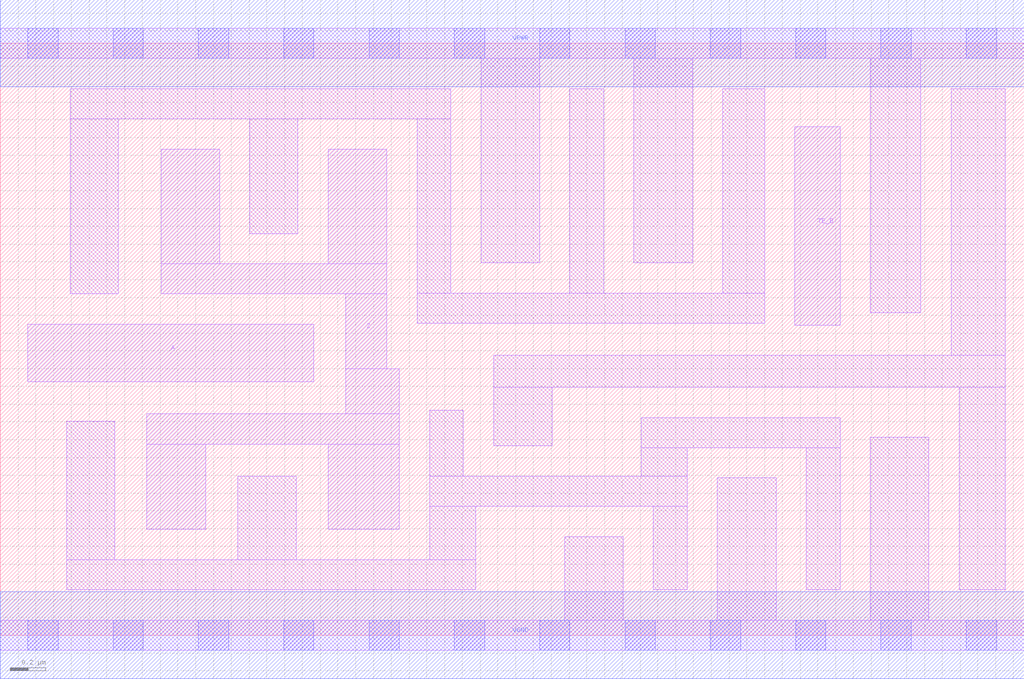
<source format=lef>
# Copyright 2020 The SkyWater PDK Authors
#
# Licensed under the Apache License, Version 2.0 (the "License");
# you may not use this file except in compliance with the License.
# You may obtain a copy of the License at
#
#     https://www.apache.org/licenses/LICENSE-2.0
#
# Unless required by applicable law or agreed to in writing, software
# distributed under the License is distributed on an "AS IS" BASIS,
# WITHOUT WARRANTIES OR CONDITIONS OF ANY KIND, either express or implied.
# See the License for the specific language governing permissions and
# limitations under the License.
#
# SPDX-License-Identifier: Apache-2.0

VERSION 5.7 ;
  NOWIREEXTENSIONATPIN ON ;
  DIVIDERCHAR "/" ;
  BUSBITCHARS "[]" ;
UNITS
  DATABASE MICRONS 200 ;
END UNITS
MACRO sky130_fd_sc_lp__einvn_4
  CLASS CORE ;
  FOREIGN sky130_fd_sc_lp__einvn_4 ;
  ORIGIN  0.000000  0.000000 ;
  SIZE  5.760000 BY  3.330000 ;
  SYMMETRY X Y R90 ;
  SITE unit ;
  PIN A
    ANTENNAGATEAREA  1.260000 ;
    DIRECTION INPUT ;
    USE SIGNAL ;
    PORT
      LAYER li1 ;
        RECT 0.155000 1.425000 1.765000 1.750000 ;
    END
  END A
  PIN TE_B
    ANTENNAGATEAREA  1.071000 ;
    DIRECTION INPUT ;
    USE SIGNAL ;
    PORT
      LAYER li1 ;
        RECT 4.470000 1.745000 4.725000 2.860000 ;
    END
  END TE_B
  PIN Z
    ANTENNADIFFAREA  1.512000 ;
    DIRECTION OUTPUT ;
    USE SIGNAL ;
    PORT
      LAYER li1 ;
        RECT 0.825000 0.595000 1.155000 1.075000 ;
        RECT 0.825000 1.075000 2.245000 1.245000 ;
        RECT 0.905000 1.920000 2.175000 2.090000 ;
        RECT 0.905000 2.090000 1.235000 2.735000 ;
        RECT 1.845000 0.595000 2.245000 1.075000 ;
        RECT 1.845000 2.090000 2.175000 2.735000 ;
        RECT 1.945000 1.245000 2.245000 1.500000 ;
        RECT 1.945000 1.500000 2.175000 1.920000 ;
    END
  END Z
  PIN VGND
    DIRECTION INOUT ;
    USE GROUND ;
    PORT
      LAYER met1 ;
        RECT 0.000000 -0.245000 5.760000 0.245000 ;
    END
  END VGND
  PIN VPWR
    DIRECTION INOUT ;
    USE POWER ;
    PORT
      LAYER met1 ;
        RECT 0.000000 3.085000 5.760000 3.575000 ;
    END
  END VPWR
  OBS
    LAYER li1 ;
      RECT 0.000000 -0.085000 5.760000 0.085000 ;
      RECT 0.000000  3.245000 5.760000 3.415000 ;
      RECT 0.375000  0.255000 2.675000 0.425000 ;
      RECT 0.375000  0.425000 0.645000 1.205000 ;
      RECT 0.395000  1.920000 0.665000 2.905000 ;
      RECT 0.395000  2.905000 2.535000 3.075000 ;
      RECT 1.335000  0.425000 1.665000 0.895000 ;
      RECT 1.405000  2.260000 1.675000 2.905000 ;
      RECT 2.345000  1.755000 4.300000 1.925000 ;
      RECT 2.345000  1.925000 2.535000 2.905000 ;
      RECT 2.415000  0.425000 2.675000 0.725000 ;
      RECT 2.415000  0.725000 3.865000 0.895000 ;
      RECT 2.415000  0.895000 2.605000 1.265000 ;
      RECT 2.705000  2.095000 3.035000 3.245000 ;
      RECT 2.775000  1.065000 3.105000 1.395000 ;
      RECT 2.775000  1.395000 5.655000 1.575000 ;
      RECT 3.175000  0.085000 3.505000 0.555000 ;
      RECT 3.205000  1.925000 3.395000 3.075000 ;
      RECT 3.565000  2.095000 3.895000 3.245000 ;
      RECT 3.605000  0.895000 3.865000 1.055000 ;
      RECT 3.605000  1.055000 4.725000 1.225000 ;
      RECT 3.675000  0.255000 3.865000 0.725000 ;
      RECT 4.035000  0.085000 4.365000 0.885000 ;
      RECT 4.065000  1.925000 4.300000 3.075000 ;
      RECT 4.535000  0.255000 4.725000 1.055000 ;
      RECT 4.895000  0.085000 5.225000 1.115000 ;
      RECT 4.895000  1.815000 5.180000 3.245000 ;
      RECT 5.350000  1.575000 5.655000 3.075000 ;
      RECT 5.395000  0.255000 5.655000 1.395000 ;
    LAYER mcon ;
      RECT 0.155000 -0.085000 0.325000 0.085000 ;
      RECT 0.155000  3.245000 0.325000 3.415000 ;
      RECT 0.635000 -0.085000 0.805000 0.085000 ;
      RECT 0.635000  3.245000 0.805000 3.415000 ;
      RECT 1.115000 -0.085000 1.285000 0.085000 ;
      RECT 1.115000  3.245000 1.285000 3.415000 ;
      RECT 1.595000 -0.085000 1.765000 0.085000 ;
      RECT 1.595000  3.245000 1.765000 3.415000 ;
      RECT 2.075000 -0.085000 2.245000 0.085000 ;
      RECT 2.075000  3.245000 2.245000 3.415000 ;
      RECT 2.555000 -0.085000 2.725000 0.085000 ;
      RECT 2.555000  3.245000 2.725000 3.415000 ;
      RECT 3.035000 -0.085000 3.205000 0.085000 ;
      RECT 3.035000  3.245000 3.205000 3.415000 ;
      RECT 3.515000 -0.085000 3.685000 0.085000 ;
      RECT 3.515000  3.245000 3.685000 3.415000 ;
      RECT 3.995000 -0.085000 4.165000 0.085000 ;
      RECT 3.995000  3.245000 4.165000 3.415000 ;
      RECT 4.475000 -0.085000 4.645000 0.085000 ;
      RECT 4.475000  3.245000 4.645000 3.415000 ;
      RECT 4.955000 -0.085000 5.125000 0.085000 ;
      RECT 4.955000  3.245000 5.125000 3.415000 ;
      RECT 5.435000 -0.085000 5.605000 0.085000 ;
      RECT 5.435000  3.245000 5.605000 3.415000 ;
  END
END sky130_fd_sc_lp__einvn_4
END LIBRARY

</source>
